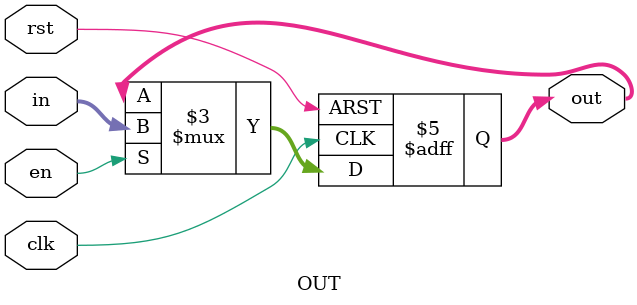
<source format=v>
module OUT (
    input wire       clk,
    input wire       rst,
    input wire       en,
    input wire [7:0] in,
    output reg [7:0] out
);

    always @(posedge clk or negedge rst ) 
    begin
        if(!rst)
        begin
            out <= 8'd0; 
        end
        else if(en)
        begin
            out <= in;
        end
    end
        
endmodule
</source>
